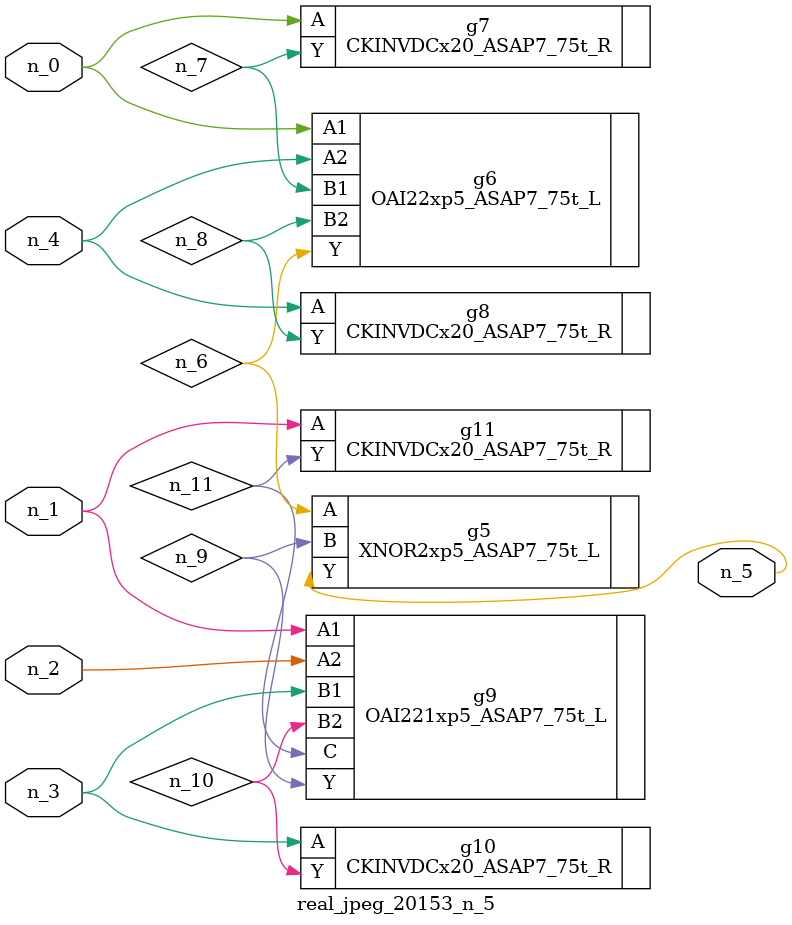
<source format=v>
module real_jpeg_20153_n_5 (n_4, n_0, n_1, n_2, n_3, n_5);

input n_4;
input n_0;
input n_1;
input n_2;
input n_3;

output n_5;

wire n_8;
wire n_11;
wire n_6;
wire n_7;
wire n_10;
wire n_9;

OAI22xp5_ASAP7_75t_L g6 ( 
.A1(n_0),
.A2(n_4),
.B1(n_7),
.B2(n_8),
.Y(n_6)
);

CKINVDCx20_ASAP7_75t_R g7 ( 
.A(n_0),
.Y(n_7)
);

OAI221xp5_ASAP7_75t_L g9 ( 
.A1(n_1),
.A2(n_2),
.B1(n_3),
.B2(n_10),
.C(n_11),
.Y(n_9)
);

CKINVDCx20_ASAP7_75t_R g11 ( 
.A(n_1),
.Y(n_11)
);

CKINVDCx20_ASAP7_75t_R g10 ( 
.A(n_3),
.Y(n_10)
);

CKINVDCx20_ASAP7_75t_R g8 ( 
.A(n_4),
.Y(n_8)
);

XNOR2xp5_ASAP7_75t_L g5 ( 
.A(n_6),
.B(n_9),
.Y(n_5)
);


endmodule
</source>
